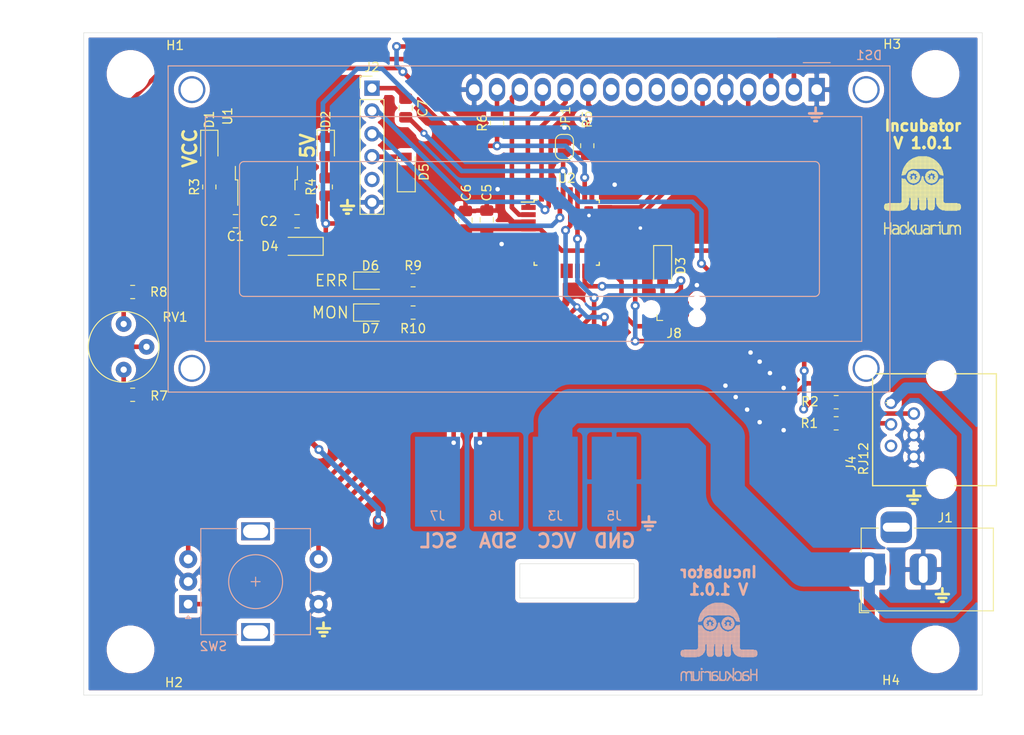
<source format=kicad_pcb>
(kicad_pcb (version 20171130) (host pcbnew 5.1.12-84ad8e8a86~92~ubuntu20.04.1)
  (title_block (title Simple-Screen) (date 2021-08-05) (rev 1.1.0) (company Hackuarium))
  (layers (0 F.Cu signal) (31 B.Cu signal) (34 B.Paste user) (35 F.Paste user) (36 B.SilkS user) (37 F.SilkS user) (38 B.Mask user) (39 F.Mask user) (44 Edge.Cuts user))
  (net 0 "")
  (net 1 GND)
  (net 2 12V)
  (net 3 "Net-(C2-Pad1)")
  (net 4 VIN)
  (net 5 "Net-(D2-Pad2)")
  (net 6 "Net-(D3-Pad2)")
  (net 7 "Net-(DS1-Pad3)")
  (net 8 D3)
  (net 9 D2)
  (net 10 "Net-(DS1-Pad7)")
  (net 11 "Net-(DS1-Pad8)")
  (net 12 "Net-(DS1-Pad9)")
  (net 13 "Net-(DS1-Pad10)")
  (net 14 D4)
  (net 15 D5)
  (net 16 D6)
  (net 17 D7)
  (net 18 "Net-(DS1-Pad15)")
  (net 19 "Net-(J1-Pad3)")
  (net 20 MISO)
  (net 21 SCK)
  (net 22 MOSI)
  (net 23 ~RESET)
  (net 24 SCL)
  (net 25 SDA)
  (net 26 "Net-(J4-Pad5)")
  (net 27 "Net-(R7-Pad2)")
  (net 28 "Net-(R8-Pad1)")
  (net 29 C2)
  (net 30 C1)
  (net 31 C0)
  (net 32 "Net-(U2-Pad12)")
  (net 33 "Net-(U2-Pad13)")
  (net 34 "Net-(U2-Pad14)")
  (net 35 "Net-(U2-Pad19)")
  (net 36 "Net-(U2-Pad20)")
  (net 37 "Net-(U2-Pad22)")
  (net 38 C3)
  (net 39 "Net-(D5-Pad2)")
  (net 40 "Net-(J2-Pad5)")
  (net 41 RX)
  (net 42 TX)
  (net 43 "Net-(D1-Pad2)")
  (net 44 "Net-(C7-Pad2)")
  (net 45 "Net-(D6-Pad2)")
  (net 46 "Net-(D7-Pad2)")
  (net 47 ERROR)
  (net 48 MONITORING)
  (module incubator:logoHackuarium (layer B.Cu) (at 76.835 -12.065 180)
    (fp_text reference logoHackuarium hide)
    (fp_text value "" (at 0 0) (layer B.SilkS) (effects (font (size 1.27 1.27)) (justify mirror)))
  )
  (module incubator:logoHackuarium (layer F.Cu) (at 87.122 -61.722)
    (fp_text reference logoHackuarium hide)
    (fp_text value "" (at 0 0) (layer F.SilkS) (effects (font (size 1.27 1.27))))
  )
  (module Resistor_SMD:R_0805_2012Metric_Pad1.20x1.40mm_HandSolder (layer F.Cu) (at 36.637001 -42.545 180)
    (fp_text reference R10 (at 0 -1.778) (layer F.SilkS))
    (fp_text value 1k)
    (pad 2 smd roundrect (at 1 0 180) (size 1.2 1.4) (layers F.Cu F.Paste F.Mask) (roundrect_rratio 0.208333) (net 46 "Net-(D7-Pad2)"))
    (pad 1 smd roundrect (at -1 0 180) (size 1.2 1.4) (layers F.Cu F.Paste F.Mask) (roundrect_rratio 0.208333) (net 48 MONITORING))
  )
  (module Resistor_SMD:R_0805_2012Metric_Pad1.20x1.40mm_HandSolder (layer F.Cu) (at 36.637001 -46.141999 180)
    (fp_text reference R9 (at 0 1.610001) (layer F.SilkS))
    (fp_text value 1k)
    (pad 2 smd roundrect (at 1 0 180) (size 1.2 1.4) (layers F.Cu F.Paste F.Mask) (roundrect_rratio 0.208333) (net 45 "Net-(D6-Pad2)"))
    (pad 1 smd roundrect (at -1 0 180) (size 1.2 1.4) (layers F.Cu F.Paste F.Mask) (roundrect_rratio 0.208333) (net 47 ERROR))
  )
  (module LED_SMD:LED_0805_2012Metric_Pad1.15x1.40mm_HandSolder (layer F.Cu) (at 31.877 -42.545)
    (fp_text reference D7 (at 0 1.778) (layer F.SilkS))
    (fp_text value GREEN)
    (pad 2 smd roundrect (at 1.025 0) (size 1.15 1.4) (layers F.Cu F.Paste F.Mask) (roundrect_rratio 0.217391) (net 46 "Net-(D7-Pad2)"))
    (pad 1 smd roundrect (at -1.025 0) (size 1.15 1.4) (layers F.Cu F.Paste F.Mask) (roundrect_rratio 0.217391) (net 1 GND))
  )
  (module LED_SMD:LED_0805_2012Metric_Pad1.15x1.40mm_HandSolder (layer F.Cu) (at 31.892001 -46.096999)
    (fp_text reference D6 (at 0 -1.65) (layer F.SilkS))
    (fp_text value GREEN)
    (pad 2 smd roundrect (at 1.025 0) (size 1.15 1.4) (layers F.Cu F.Paste F.Mask) (roundrect_rratio 0.217391) (net 45 "Net-(D6-Pad2)"))
    (pad 1 smd roundrect (at -1.025 0) (size 1.15 1.4) (layers F.Cu F.Paste F.Mask) (roundrect_rratio 0.217391) (net 1 GND))
  )
  (module Connector:Tag-Connect_TC2030-IDC-NL_2x03_P1.27mm_Vertical (layer F.Cu) (at 65.666 -42.935)
    (fp_text reference J8 (at 0 2.7) (layer F.SilkS))
    (fp_text value Conn_02x03_Odd_Even)
    (pad 6 connect circle (at 1.27 -0.635) (size 0.7874 0.7874) (layers F.Cu F.Mask) (net 1 GND))
    (pad 5 connect circle (at 1.27 0.635) (size 0.7874 0.7874) (layers F.Cu F.Mask) (net 23 ~RESET))
    (pad 4 connect circle (at 0 -0.635) (size 0.7874 0.7874) (layers F.Cu F.Mask) (net 22 MOSI))
    (pad 3 connect circle (at 0 0.635) (size 0.7874 0.7874) (layers F.Cu F.Mask) (net 21 SCK))
    (pad 2 connect circle (at -1.27 -0.635) (size 0.7874 0.7874) (layers F.Cu F.Mask) (net 6 "Net-(D3-Pad2)"))
    (pad 1 connect circle (at -1.27 0.635) (size 0.7874 0.7874) (layers F.Cu F.Mask) (net 20 MISO))
    (pad "" np_thru_hole circle (at -2.54 0) (size 0.9906 0.9906) (drill 0.9906) (layers *.Cu *.Mask))
    (pad "" np_thru_hole circle (at 2.54 1.016) (size 0.9906 0.9906) (drill 0.9906) (layers *.Cu *.Mask))
    (pad "" np_thru_hole circle (at 2.54 -1.016) (size 0.9906 0.9906) (drill 0.9906) (layers *.Cu *.Mask))
  )
  (module Diode_SMD:D_SOD-123 (layer F.Cu) (at 64.389 -47.752 270)
    (fp_text reference D3 (at 0 -2 90) (layer F.SilkS))
    (fp_text value MBR0520LT)
    (pad 2 smd rect (at 1.65 0 270) (size 0.9 1.2) (layers F.Cu F.Paste F.Mask) (net 6 "Net-(D3-Pad2)"))
    (pad 1 smd rect (at -1.65 0 270) (size 0.9 1.2) (layers F.Cu F.Paste F.Mask) (net 4 VIN))
  )
  (module Package_TO_SOT_SMD:TO-252-2 (layer F.Cu) (at 20.319 -59.773 90)
    (fp_text reference U1 (at 4.616 -4.317 90) (layer F.SilkS))
    (fp_text value LM78M05_TO252)
    (pad 2 smd rect (at 2.1 0 90) (size 6.4 5.8) (layers F.Cu F.Mask) (net 1 GND))
    (pad 3 smd rect (at -4.2 2.28 90) (size 2.2 1.2) (layers F.Cu F.Paste F.Mask) (net 3 "Net-(C2-Pad1)"))
    (pad 1 smd rect (at -4.2 -2.28 90) (size 2.2 1.2) (layers F.Cu F.Paste F.Mask) (net 2 12V))
  )
  (module Resistor_SMD:R_0805_2012Metric_Pad1.20x1.40mm_HandSolder (layer F.Cu) (at 26.924 -56.515 90)
    (fp_text reference R4 (at 0 -1.65 90) (layer F.SilkS))
    (fp_text value 1k)
    (pad 2 smd roundrect (at 1 0 90) (size 1.2 1.4) (layers F.Cu F.Paste F.Mask) (roundrect_rratio 0.208333) (net 5 "Net-(D2-Pad2)"))
    (pad 1 smd roundrect (at -1 0 90) (size 1.2 1.4) (layers F.Cu F.Paste F.Mask) (roundrect_rratio 0.208333) (net 4 VIN))
  )
  (module Resistor_SMD:R_0805_2012Metric_Pad1.20x1.40mm_HandSolder (layer F.Cu) (at 13.97 -56.515 90)
    (fp_text reference R3 (at 0 -1.65 90) (layer F.SilkS))
    (fp_text value 10k)
    (pad 2 smd roundrect (at 1 0 90) (size 1.2 1.4) (layers F.Cu F.Paste F.Mask) (roundrect_rratio 0.208333) (net 43 "Net-(D1-Pad2)"))
    (pad 1 smd roundrect (at -1 0 90) (size 1.2 1.4) (layers F.Cu F.Paste F.Mask) (roundrect_rratio 0.208333) (net 2 12V))
  )
  (module LED_SMD:LED_0805_2012Metric_Pad1.15x1.40mm_HandSolder (layer F.Cu) (at 26.924 -60.96 270)
    (fp_text reference D2 (at -3.048 0 90) (layer F.SilkS))
    (fp_text value RED)
    (pad 2 smd roundrect (at 1.025 0 270) (size 1.15 1.4) (layers F.Cu F.Paste F.Mask) (roundrect_rratio 0.217391) (net 5 "Net-(D2-Pad2)"))
    (pad 1 smd roundrect (at -1.025 0 270) (size 1.15 1.4) (layers F.Cu F.Paste F.Mask) (roundrect_rratio 0.217391) (net 1 GND))
  )
  (module LED_SMD:LED_0805_2012Metric_Pad1.15x1.40mm_HandSolder (layer F.Cu) (at 13.97 -60.96 270)
    (fp_text reference D1 (at -3.048 0 90) (layer F.SilkS))
    (fp_text value RED)
    (pad 2 smd roundrect (at 1.025 0 270) (size 1.15 1.4) (layers F.Cu F.Paste F.Mask) (roundrect_rratio 0.217391) (net 43 "Net-(D1-Pad2)"))
    (pad 1 smd roundrect (at -1.025 0 270) (size 1.15 1.4) (layers F.Cu F.Paste F.Mask) (roundrect_rratio 0.217391) (net 1 GND))
  )
  (module Capacitor_SMD:C_0805_2012Metric_Pad1.18x1.45mm_HandSolder (layer F.Cu) (at 23.7275 -52.705)
    (fp_text reference C2 (at -3.1535 0) (layer F.SilkS))
    (fp_text value 100n)
    (pad 2 smd roundrect (at 1.0375 0) (size 1.175 1.45) (layers F.Cu F.Paste F.Mask) (roundrect_rratio 0.212766) (net 1 GND))
    (pad 1 smd roundrect (at -1.0375 0) (size 1.175 1.45) (layers F.Cu F.Paste F.Mask) (roundrect_rratio 0.212766) (net 3 "Net-(C2-Pad1)"))
  )
  (module Capacitor_SMD:C_0805_2012Metric_Pad1.18x1.45mm_HandSolder (layer F.Cu) (at 16.891 -52.705 180)
    (fp_text reference C1 (at 0 -1.68) (layer F.SilkS))
    (fp_text value 0.33u)
    (pad 2 smd roundrect (at 1.0375 0 180) (size 1.175 1.45) (layers F.Cu F.Paste F.Mask) (roundrect_rratio 0.212766) (net 1 GND))
    (pad 1 smd roundrect (at -1.0375 0 180) (size 1.175 1.45) (layers F.Cu F.Paste F.Mask) (roundrect_rratio 0.212766) (net 2 12V))
  )
  (module Connector_Wire:SolderWirePad_1x01_SMD_5x10mm (layer B.Cu) (at 39.351001 -23.736)
    (fp_text reference J7 (at 0 3.81) (layer B.SilkS) (effects (justify mirror)))
    (fp_text value Conn_01x01)
    (pad 1 smd rect (at 0 0) (size 5 10) (layers B.Cu B.Paste B.Mask) (net 24 SCL))
  )
  (module Connector_Wire:SolderWirePad_1x01_SMD_5x10mm (layer B.Cu) (at 45.901001 -23.736)
    (fp_text reference J6 (at 0 3.81) (layer B.SilkS) (effects (justify mirror)))
    (fp_text value Conn_01x01)
    (pad 1 smd rect (at 0 0) (size 5 10) (layers B.Cu B.Paste B.Mask) (net 25 SDA))
  )
  (module Connector_Wire:SolderWirePad_1x01_SMD_5x10mm (layer B.Cu) (at 59.001001 -23.736)
    (fp_text reference J5 (at 0 3.81) (layer B.SilkS) (effects (justify mirror)))
    (fp_text value Conn_01x01)
    (pad 1 smd rect (at 0 0) (size 5 10) (layers B.Cu B.Paste B.Mask) (net 1 GND))
  )
  (module Connector_Wire:SolderWirePad_1x01_SMD_5x10mm (layer B.Cu) (at 52.451001 -23.736)
    (fp_text reference J3 (at 0 3.81) (layer B.SilkS) (effects (justify mirror)))
    (fp_text value Conn_01x01)
    (pad 1 smd rect (at 0 0) (size 5 10) (layers B.Cu B.Paste B.Mask) (net 2 12V))
  )
  (module Jumper:SolderJumper-2_P1.3mm_Open_RoundedPad1.0x1.5mm (layer F.Cu) (at 53.467 -60.96 270)
    (fp_text reference JP1 (at -3.175 -0.127 90) (layer F.SilkS))
    (fp_text value SolderJumper_2_Open)
    (pad 2 smd custom (at 0.65 0 270) (size 1 0.5) (layers F.Cu F.Mask) (net 23 ~RESET) (options (clearance outline) (anchor rect)) (primitives (gr_circle (center 0 0.25) (end 0.5 0.25) (width 0)) (gr_circle (center 0 -0.25) (end 0.5 -0.25) (width 0)) (gr_poly (pts (xy 0 -0.75) (xy -0.5 -0.75) (xy -0.5 0.75) (xy 0 0.75)) (width 0))))
    (pad 1 smd custom (at -0.65 0 270) (size 1 0.5) (layers F.Cu F.Mask) (net 1 GND) (options (clearance outline) (anchor rect)) (primitives (gr_circle (center 0 0.25) (end 0.5 0.25) (width 0)) (gr_circle (center 0 -0.25) (end 0.5 -0.25) (width 0)) (gr_poly (pts (xy 0 -0.75) (xy 0.5 -0.75) (xy 0.5 0.75) (xy 0 0.75)) (width 0))))
  )
  (module Connector_PinHeader_2.54mm:PinHeader_1x06_P2.54mm_Vertical (layer F.Cu) (at 32.065 -67.506)
    (fp_text reference J2 (at 0 -2.33) (layer F.SilkS))
    (fp_text value Conn_01x06)
    (pad 6 thru_hole oval (at 0 12.7) (size 1.7 1.7) (drill 1) (layers *.Cu *.Mask) (net 1 GND))
    (pad 5 thru_hole oval (at 0 10.16) (size 1.7 1.7) (drill 1) (layers *.Cu *.Mask) (net 40 "Net-(J2-Pad5)"))
    (pad 4 thru_hole oval (at 0 7.62) (size 1.7 1.7) (drill 1) (layers *.Cu *.Mask) (net 39 "Net-(D5-Pad2)"))
    (pad 3 thru_hole oval (at 0 5.08) (size 1.7 1.7) (drill 1) (layers *.Cu *.Mask) (net 41 RX))
    (pad 2 thru_hole oval (at 0 2.54) (size 1.7 1.7) (drill 1) (layers *.Cu *.Mask) (net 42 TX))
    (pad 1 thru_hole rect (at 0 0) (size 1.7 1.7) (drill 1) (layers *.Cu *.Mask) (net 44 "Net-(C7-Pad2)"))
  )
  (module Diode_SMD:D_SOD-123 (layer F.Cu) (at 35.8775 -58.2295 90)
    (fp_text reference D5 (at -0.0635 1.9685 90) (layer F.SilkS))
    (fp_text value MBR0520LT)
    (pad 2 smd rect (at 1.65 0 90) (size 0.9 1.2) (layers F.Cu F.Paste F.Mask) (net 39 "Net-(D5-Pad2)"))
    (pad 1 smd rect (at -1.65 0 90) (size 0.9 1.2) (layers F.Cu F.Paste F.Mask) (net 4 VIN))
  )
  (module Diode_SMD:D_SOD-123 (layer F.Cu) (at 24.384 -49.911 180)
    (fp_text reference D4 (at 3.683 0) (layer F.SilkS))
    (fp_text value MBR0520LT)
    (pad 2 smd rect (at 1.65 0 180) (size 0.9 1.2) (layers F.Cu F.Paste F.Mask) (net 3 "Net-(C2-Pad1)"))
    (pad 1 smd rect (at -1.65 0 180) (size 0.9 1.2) (layers F.Cu F.Paste F.Mask) (net 4 VIN))
  )
  (module Capacitor_SMD:C_0805_2012Metric_Pad1.18x1.45mm_HandSolder (layer F.Cu) (at 35.814 -65.2995 90)
    (fp_text reference C7 (at -0.0215 1.905 90) (layer F.SilkS))
    (fp_text value 100n)
    (pad 2 smd roundrect (at 1.0375 0 90) (size 1.175 1.45) (layers F.Cu F.Paste F.Mask) (roundrect_rratio 0.212766) (net 44 "Net-(C7-Pad2)"))
    (pad 1 smd roundrect (at -1.0375 0 90) (size 1.175 1.45) (layers F.Cu F.Paste F.Mask) (roundrect_rratio 0.212766) (net 23 ~RESET))
  )
  (module Capacitor_SMD:C_0805_2012Metric_Pad1.18x1.45mm_HandSolder (layer F.Cu) (at 44.831 -52.8535 90)
    (fp_text reference C5 (at 3.0265 0 90) (layer F.SilkS))
    (fp_text value 10u)
    (pad 1 smd roundrect (at -1.0375 0 90) (size 1.175 1.45) (layers F.Cu F.Paste F.Mask) (roundrect_rratio 0.212766) (net 4 VIN))
    (pad 2 smd roundrect (at 1.0375 0 90) (size 1.175 1.45) (layers F.Cu F.Paste F.Mask) (roundrect_rratio 0.212766) (net 1 GND))
  )
  (module Capacitor_SMD:C_0805_2012Metric_Pad1.18x1.45mm_HandSolder (layer F.Cu) (at 42.465499 -52.8105 90)
    (fp_text reference C6 (at 3.0695 0.079501 90) (layer F.SilkS))
    (fp_text value 100n)
    (pad 2 smd roundrect (at 1.0375 0 90) (size 1.175 1.45) (layers F.Cu F.Paste F.Mask) (roundrect_rratio 0.212766) (net 1 GND))
    (pad 1 smd roundrect (at -1.0375 0 90) (size 1.175 1.45) (layers F.Cu F.Paste F.Mask) (roundrect_rratio 0.212766) (net 4 VIN))
  )
  (module Display:WC1602A (layer B.Cu) (at 81.53 -67.34 180)
    (fp_text reference DS1 (at -5.82 3.81) (layer B.SilkS) (effects (justify mirror)))
    (fp_text value WC1602A)
    (pad 1 thru_hole rect (at 0 0 180) (size 1.8 2.6) (drill 1.2) (layers *.Cu *.Mask) (net 1 GND))
    (pad 2 thru_hole oval (at 2.54 0 180) (size 1.8 2.6) (drill 1.2) (layers *.Cu *.Mask) (net 38 C3))
    (pad 3 thru_hole oval (at 5.08 0 180) (size 1.8 2.6) (drill 1.2) (layers *.Cu *.Mask) (net 7 "Net-(DS1-Pad3)"))
    (pad 4 thru_hole oval (at 7.62 0 180) (size 1.8 2.6) (drill 1.2) (layers *.Cu *.Mask) (net 31 C0))
    (pad 5 thru_hole oval (at 10.16 0 180) (size 1.8 2.6) (drill 1.2) (layers *.Cu *.Mask) (net 1 GND))
    (pad 6 thru_hole oval (at 12.7 0 180) (size 1.8 2.6) (drill 1.2) (layers *.Cu *.Mask) (net 30 C1))
    (pad 7 thru_hole oval (at 15.24 0 180) (size 1.8 2.6) (drill 1.2) (layers *.Cu *.Mask) (net 10 "Net-(DS1-Pad7)"))
    (pad 8 thru_hole oval (at 17.78 0 180) (size 1.8 2.6) (drill 1.2) (layers *.Cu *.Mask) (net 11 "Net-(DS1-Pad8)"))
    (pad 9 thru_hole oval (at 20.32 0 180) (size 1.8 2.6) (drill 1.2) (layers *.Cu *.Mask) (net 12 "Net-(DS1-Pad9)"))
    (pad 10 thru_hole oval (at 22.86 0 180) (size 1.8 2.6) (drill 1.2) (layers *.Cu *.Mask) (net 13 "Net-(DS1-Pad10)"))
    (pad 11 thru_hole oval (at 25.4 0 180) (size 1.8 2.6) (drill 1.2) (layers *.Cu *.Mask) (net 29 C2))
    (pad 12 thru_hole oval (at 27.94 0 180) (size 1.8 2.6) (drill 1.2) (layers *.Cu *.Mask) (net 9 D2))
    (pad 13 thru_hole oval (at 30.48 0 180) (size 1.8 2.6) (drill 1.2) (layers *.Cu *.Mask) (net 8 D3))
    (pad 14 thru_hole oval (at 33.02 0 180) (size 1.8 2.6) (drill 1.2) (layers *.Cu *.Mask) (net 14 D4))
    (pad 15 thru_hole oval (at 35.56 0 180) (size 1.8 2.6) (drill 1.2) (layers *.Cu *.Mask) (net 18 "Net-(DS1-Pad15)"))
    (pad 16 thru_hole oval (at 38.1 0 180) (size 1.8 2.6) (drill 1.2) (layers *.Cu *.Mask) (net 1 GND))
    (pad "" thru_hole circle (at -5.4991 0 180) (size 3 3) (drill 2.5) (layers *.Cu *.Mask))
    (pad "" thru_hole circle (at -5.4991 -31.0007 180) (size 3 3) (drill 2.5) (layers *.Cu *.Mask))
    (pad "" thru_hole circle (at 69.49948 -31.0007 180) (size 3 3) (drill 2.5) (layers *.Cu *.Mask))
    (pad "" thru_hole circle (at 69.5 0 180) (size 3 3) (drill 2.5) (layers *.Cu *.Mask))
  )
  (module Connector_BarrelJack:BarrelJack_Horizontal (layer F.Cu) (at 87.376 -13.97 180)
    (fp_text reference J1 (at -8.45 5.75) (layer F.SilkS))
    (fp_text value Barrel_Jack_MountingPin)
    (pad 1 thru_hole rect (at 0 0 180) (size 3.5 3.5) (drill oval 1 3) (layers *.Cu *.Mask) (net 2 12V))
    (pad 2 thru_hole roundrect (at -6 0 180) (size 3 3.5) (drill oval 1 3) (layers *.Cu *.Mask) (net 1 GND))
    (pad 3 thru_hole roundrect (at -3 4.7 180) (size 3.5 3.5) (drill oval 3 1) (layers *.Cu *.Mask) (net 19 "Net-(J1-Pad3)"))
  )
  (module incubator:E5566-Q0LK22-L (layer F.Cu) (at 89.789 -32.512 270)
    (fp_text reference J4 (at 6.731 4.445 90) (layer F.SilkS))
    (fp_text value RJ12 (at 6.223 3.048 90) (layer F.SilkS))
    (fp_text user * (at 0 0 90) (layer F.SilkS))
    (pad 1 thru_hole circle (at 0 0 270) (size 1.397 1.397) (drill 0.889) (layers *.Cu *.Mask) (net 2 12V))
    (pad 2 thru_hole circle (at 1.2 -2.54 270) (size 1.397 1.397) (drill 0.889) (layers *.Cu *.Mask) (net 24 SCL))
    (pad 3 thru_hole circle (at 2.4 0 270) (size 1.397 1.397) (drill 0.889) (layers *.Cu *.Mask) (net 25 SDA))
    (pad 4 thru_hole circle (at 3.6 -2.54 270) (size 1.397 1.397) (drill 0.889) (layers *.Cu *.Mask) (net 1 GND))
    (pad 5 thru_hole circle (at 4.800001 0 270) (size 1.397 1.397) (drill 0.889) (layers *.Cu *.Mask) (net 26 "Net-(J4-Pad5)"))
    (pad 6 thru_hole circle (at 6.000001 -2.54 270) (size 1.397 1.397) (drill 0.889) (layers *.Cu *.Mask) (net 1 GND))
    (pad 7 np_thru_hole circle (at -3 -5.6 270) (size 2.413 2.413) (drill 2.413) (layers *.Cu *.Mask))
    (pad 8 np_thru_hole circle (at 8.999998 -5.6 270) (size 2.413 2.413) (drill 2.413) (layers *.Cu *.Mask))
  )
  (module Resistor_SMD:R_0805_2012Metric_Pad1.20x1.40mm_HandSolder (layer F.Cu) (at 83.693 -30.226)
    (fp_text reference R1 (at -2.9845 0) (layer F.SilkS))
    (fp_text value 10k)
    (pad 1 smd roundrect (at -1 0) (size 1.2 1.4) (layers F.Cu F.Paste F.Mask) (roundrect_rratio 0.208333) (net 4 VIN))
    (pad 2 smd roundrect (at 1 0) (size 1.2 1.4) (layers F.Cu F.Paste F.Mask) (roundrect_rratio 0.208333) (net 25 SDA))
  )
  (module Resistor_SMD:R_0805_2012Metric_Pad1.20x1.40mm_HandSolder (layer F.Cu) (at 83.693 -32.5755)
    (fp_text reference R2 (at -2.921 -0.0635) (layer F.SilkS))
    (fp_text value 10k)
    (pad 2 smd roundrect (at 1 0) (size 1.2 1.4) (layers F.Cu F.Paste F.Mask) (roundrect_rratio 0.208333) (net 24 SCL))
    (pad 1 smd roundrect (at -1 0) (size 1.2 1.4) (layers F.Cu F.Paste F.Mask) (roundrect_rratio 0.208333) (net 4 VIN))
  )
  (module Resistor_SMD:R_0805_2012Metric_Pad1.20x1.40mm_HandSolder (layer F.Cu) (at 56.007 -61.103 270)
    (fp_text reference R5 (at -2.937 0 90) (layer F.SilkS))
    (fp_text value 100k)
    (pad 1 smd roundrect (at -1 0 270) (size 1.2 1.4) (layers F.Cu F.Paste F.Mask) (roundrect_rratio 0.208333) (net 4 VIN))
    (pad 2 smd roundrect (at 1 0 270) (size 1.2 1.4) (layers F.Cu F.Paste F.Mask) (roundrect_rratio 0.208333) (net 23 ~RESET))
  )
  (module Resistor_SMD:R_0805_2012Metric_Pad1.20x1.40mm_HandSolder (layer F.Cu) (at 45.974 -63.627 90)
    (fp_text reference R6 (at 0 -1.65 270) (layer F.SilkS))
    (fp_text value 0)
    (pad 2 smd roundrect (at 1 0 90) (size 1.2 1.4) (layers F.Cu F.Paste F.Mask) (roundrect_rratio 0.208333) (net 18 "Net-(DS1-Pad15)"))
    (pad 1 smd roundrect (at -1 0 90) (size 1.2 1.4) (layers F.Cu F.Paste F.Mask) (roundrect_rratio 0.208333) (net 38 C3))
  )
  (module Resistor_SMD:R_0805_2012Metric_Pad1.20x1.40mm_HandSolder (layer F.Cu) (at 5.445 -33.401 180)
    (fp_text reference R7 (at -2.937 -0.127) (layer F.SilkS))
    (fp_text value 100)
    (pad 2 smd roundrect (at 1 0 180) (size 1.2 1.4) (layers F.Cu F.Paste F.Mask) (roundrect_rratio 0.208333) (net 27 "Net-(R7-Pad2)"))
    (pad 1 smd roundrect (at -1 0 180) (size 1.2 1.4) (layers F.Cu F.Paste F.Mask) (roundrect_rratio 0.208333) (net 38 C3))
  )
  (module Resistor_SMD:R_0805_2012Metric_Pad1.20x1.40mm_HandSolder (layer F.Cu) (at 5.445 -44.831)
    (fp_text reference R8 (at 2.905 0 180) (layer F.SilkS))
    (fp_text value 100)
    (pad 1 smd roundrect (at -1 0) (size 1.2 1.4) (layers F.Cu F.Paste F.Mask) (roundrect_rratio 0.208333) (net 28 "Net-(R8-Pad1)"))
    (pad 2 smd roundrect (at 1 0) (size 1.2 1.4) (layers F.Cu F.Paste F.Mask) (roundrect_rratio 0.208333) (net 1 GND))
  )
  (module Potentiometer_THT:Potentiometer_Bourns_3339P_Vertical_HandSoldering (layer F.Cu) (at 4.445 -41.275 180)
    (fp_text reference RV1 (at -5.715 0.762) (layer F.SilkS))
    (fp_text value 10k)
    (pad 3 thru_hole circle (at 0 -5.08 180) (size 1.75 1.75) (drill 0.7) (layers *.Cu *.Mask) (net 27 "Net-(R7-Pad2)"))
    (pad 2 thru_hole circle (at -2.54 -2.54 180) (size 1.75 1.75) (drill 0.7) (layers *.Cu *.Mask) (net 7 "Net-(DS1-Pad3)"))
    (pad 1 thru_hole circle (at 0 0 180) (size 1.75 1.75) (drill 0.7) (layers *.Cu *.Mask) (net 28 "Net-(R8-Pad1)"))
  )
  (module Rotary_Encoder:RotaryEncoder_Alps_EC11E-Switch_Vertical_H20mm (layer B.Cu) (at 11.6206 -10.1151)
    (fp_text reference SW2 (at 2.8 4.7) (layer B.SilkS) (effects (justify mirror)))
    (fp_text value Rotary_Encoder_Switch)
    (pad S1 thru_hole circle (at 14.5 -5) (size 2 2) (drill 1) (layers *.Cu *.Mask) (net 17 D7))
    (pad S2 thru_hole circle (at 14.5 0) (size 2 2) (drill 1) (layers *.Cu *.Mask) (net 1 GND))
    (pad MP thru_hole rect (at 7.5 -8.1) (size 3.2 2) (drill oval 2.8 1.5) (layers *.Cu *.Mask))
    (pad MP thru_hole rect (at 7.5 3.1) (size 3.2 2) (drill oval 2.8 1.5) (layers *.Cu *.Mask))
    (pad B thru_hole circle (at 0 -5) (size 2 2) (drill 1) (layers *.Cu *.Mask) (net 15 D5))
    (pad C thru_hole circle (at 0 -2.5) (size 2 2) (drill 1) (layers *.Cu *.Mask) (net 1 GND))
    (pad A thru_hole rect (at 0 0) (size 2 2) (drill 1) (layers *.Cu *.Mask) (net 16 D6))
  )
  (module Package_QFP:TQFP-32_7x7mm_P0.8mm (layer F.Cu) (at 53.721 -51.435)
    (fp_text reference U2 (at 0 -6.05) (layer F.SilkS))
    (fp_text value ATmega328P-AU)
    (pad 1 smd rect (at -4.25 -2.8) (size 1.6 0.55) (layers F.Cu F.Paste F.Mask) (net 8 D3))
    (pad 2 smd rect (at -4.25 -2) (size 1.6 0.55) (layers F.Cu F.Paste F.Mask) (net 14 D4))
    (pad 3 smd rect (at -4.25 -1.2) (size 1.6 0.55) (layers F.Cu F.Paste F.Mask) (net 1 GND))
    (pad 4 smd rect (at -4.25 -0.4) (size 1.6 0.55) (layers F.Cu F.Paste F.Mask) (net 4 VIN))
    (pad 5 smd rect (at -4.25 0.4) (size 1.6 0.55) (layers F.Cu F.Paste F.Mask) (net 1 GND))
    (pad 6 smd rect (at -4.25 1.2) (size 1.6 0.55) (layers F.Cu F.Paste F.Mask) (net 4 VIN))
    (pad 7 smd rect (at -4.25 2) (size 1.6 0.55) (layers F.Cu F.Paste F.Mask) (net 47 ERROR))
    (pad 8 smd rect (at -4.25 2.8) (size 1.6 0.55) (layers F.Cu F.Paste F.Mask) (net 48 MONITORING))
    (pad 9 smd rect (at -2.8 4.25 90) (size 1.6 0.55) (layers F.Cu F.Paste F.Mask) (net 15 D5))
    (pad 10 smd rect (at -2 4.25 90) (size 1.6 0.55) (layers F.Cu F.Paste F.Mask) (net 16 D6))
    (pad 11 smd rect (at -1.2 4.25 90) (size 1.6 0.55) (layers F.Cu F.Paste F.Mask) (net 17 D7))
    (pad 12 smd rect (at -0.4 4.25 90) (size 1.6 0.55) (layers F.Cu F.Paste F.Mask) (net 32 "Net-(U2-Pad12)"))
    (pad 13 smd rect (at 0.4 4.25 90) (size 1.6 0.55) (layers F.Cu F.Paste F.Mask) (net 33 "Net-(U2-Pad13)"))
    (pad 14 smd rect (at 1.2 4.25 90) (size 1.6 0.55) (layers F.Cu F.Paste F.Mask) (net 34 "Net-(U2-Pad14)"))
    (pad 15 smd rect (at 2 4.25 90) (size 1.6 0.55) (layers F.Cu F.Paste F.Mask) (net 22 MOSI))
    (pad 16 smd rect (at 2.8 4.25 90) (size 1.6 0.55) (layers F.Cu F.Paste F.Mask) (net 20 MISO))
    (pad 17 smd rect (at 4.25 2.8) (size 1.6 0.55) (layers F.Cu F.Paste F.Mask) (net 21 SCK))
    (pad 18 smd rect (at 4.25 2) (size 1.6 0.55) (layers F.Cu F.Paste F.Mask) (net 4 VIN))
    (pad 19 smd rect (at 4.25 1.2) (size 1.6 0.55) (layers F.Cu F.Paste F.Mask) (net 35 "Net-(U2-Pad19)"))
    (pad 20 smd rect (at 4.25 0.4) (size 1.6 0.55) (layers F.Cu F.Paste F.Mask) (net 36 "Net-(U2-Pad20)"))
    (pad 21 smd rect (at 4.25 -0.4) (size 1.6 0.55) (layers F.Cu F.Paste F.Mask) (net 1 GND))
    (pad 22 smd rect (at 4.25 -1.2) (size 1.6 0.55) (layers F.Cu F.Paste F.Mask) (net 37 "Net-(U2-Pad22)"))
    (pad 23 smd rect (at 4.25 -2) (size 1.6 0.55) (layers F.Cu F.Paste F.Mask) (net 31 C0))
    (pad 24 smd rect (at 4.25 -2.8) (size 1.6 0.55) (layers F.Cu F.Paste F.Mask) (net 30 C1))
    (pad 25 smd rect (at 2.8 -4.25 90) (size 1.6 0.55) (layers F.Cu F.Paste F.Mask) (net 29 C2))
    (pad 26 smd rect (at 2 -4.25 90) (size 1.6 0.55) (layers F.Cu F.Paste F.Mask) (net 38 C3))
    (pad 27 smd rect (at 1.2 -4.25 90) (size 1.6 0.55) (layers F.Cu F.Paste F.Mask) (net 25 SDA))
    (pad 28 smd rect (at 0.4 -4.25 90) (size 1.6 0.55) (layers F.Cu F.Paste F.Mask) (net 24 SCL))
    (pad 29 smd rect (at -0.4 -4.25 90) (size 1.6 0.55) (layers F.Cu F.Paste F.Mask) (net 23 ~RESET))
    (pad 30 smd rect (at -1.2 -4.25 90) (size 1.6 0.55) (layers F.Cu F.Paste F.Mask) (net 41 RX))
    (pad 31 smd rect (at -2 -4.25 90) (size 1.6 0.55) (layers F.Cu F.Paste F.Mask) (net 42 TX))
    (pad 32 smd rect (at -2.8 -4.25 90) (size 1.6 0.55) (layers F.Cu F.Paste F.Mask) (net 9 D2))
  )
  (module MountingHole:MountingHole_4.3mm_M4 (layer F.Cu) (at 5.207 -69.088)
    (fp_text reference H1 (at 4.953 -3.175) (layer F.SilkS))
    (fp_text value MountingHole)
    (pad 1 np_thru_hole circle (at 0 0) (size 4.3 4.3) (drill 4.3) (layers *.Cu *.Mask))
  )
  (module MountingHole:MountingHole_4.3mm_M4 (layer F.Cu) (at 5.207 -5.08)
    (fp_text reference H2 (at 4.826 3.683) (layer F.SilkS))
    (fp_text value MountingHole)
    (pad 1 np_thru_hole circle (at 0 0) (size 4.3 4.3) (drill 4.3) (layers *.Cu *.Mask))
  )
  (module MountingHole:MountingHole_4.3mm_M4 (layer F.Cu) (at 94.742 -69.088)
    (fp_text reference H3 (at -4.826 -3.302) (layer F.SilkS))
    (fp_text value MountingHole)
    (pad 1 np_thru_hole circle (at 0 0) (size 4.3 4.3) (drill 4.3) (layers *.Cu *.Mask))
  )
  (module MountingHole:MountingHole_4.3mm_M4 (layer F.Cu) (at 94.742 -5.08)
    (fp_text reference H4 (at -4.953 3.429) (layer F.SilkS))
    (fp_text value MountingHole)
    (pad 1 np_thru_hole circle (at 0 0) (size 4.3 4.3) (drill 4.3) (layers *.Cu *.Mask))
  )
  (gr_text "Incubator\nV 1.0.1" (at 70.612 -12.7) (layer B.SilkS) (effects (font (size 1.2 1.2) (thickness 0.3)) (justify mirror)))
  (gr_text MON (at 27.432 -42.545) (layer F.SilkS) (effects (font (size 1.27 1.27))))
  (gr_text ERR (at 27.559 -46.101) (layer F.SilkS) (effects (font (size 1.27 1.27))))
  (gr_text SCL (at 39.497 -17.145) (layer B.SilkS) (effects (font (size 1.5 1.5) (thickness 0.3)) (justify mirror)))
  (gr_text SDA (at 46.101 -17.145) (layer B.SilkS) (effects (font (size 1.5 1.5) (thickness 0.3)) (justify mirror)))
  (gr_text VCC (at 52.578 -17.145) (layer B.SilkS) (effects (font (size 1.5 1.5) (thickness 0.3)) (justify mirror)))
  (gr_text GND (at 59.055 -17.145) (layer B.SilkS) (effects (font (size 1.5 1.5) (thickness 0.3)) (justify mirror)))
  (gr_text ⏚ (at 81.407 -64.516) (layer B.SilkS) (effects (font (size 1.5 1.5) (thickness 0.3))))
  (gr_text ⏚ (at 29.337 -54.229) (layer F.SilkS) (effects (font (size 1.5 1.5) (thickness 0.3))))
  (gr_text ⏚ (at 26.67 -7.239) (layer F.SilkS) (effects (font (size 1.5 1.5) (thickness 0.3))))
  (gr_text ⏚ (at 62.865 -19.05) (layer B.SilkS) (effects (font (size 1.5 1.5) (thickness 0.3))))
  (gr_text ⏚ (at 92.329 -21.971) (layer F.SilkS) (effects (font (size 1.5 1.5) (thickness 0.3))))
  (gr_text ⏚ (at 95.504 -11.049) (layer F.SilkS) (effects (font (size 1.5 1.5) (thickness 0.3))))
  (gr_text "Incubator\nV 1.0.1" (at 93.345 -62.357) (layer F.SilkS) (effects (font (size 1.2 1.2) (thickness 0.3))))
  (gr_text VCC (at 11.811 -60.833 90) (layer F.SilkS) (effects (font (size 1.5 1.5) (thickness 0.3))))
  (gr_text 5V (at 24.892 -61.087 90) (layer F.SilkS) (effects (font (size 1.5 1.5) (thickness 0.3))))
  (gr_line (start 61.214 -10.795) (end 61.214 -14.605) (layer Edge.Cuts) (width 0.05))
  (gr_line (start 61.214 -14.605) (end 48.514 -14.605) (layer Edge.Cuts) (width 0.05))
  (gr_line (start 48.514 -10.795) (end 61.214 -10.795) (layer Edge.Cuts) (width 0.05))
  (gr_line (start 48.514 -14.605) (end 48.514 -10.795) (layer Edge.Cuts) (width 0.05))
  (gr_line (start 0 -73.66) (end 0 0) (layer Edge.Cuts) (width 0.05))
  (gr_line (start 99.949 -73.66) (end 0 -73.66) (layer Edge.Cuts) (width 0.05))
  (gr_line (start 99.949 0) (end 99.949 -73.66) (layer Edge.Cuts) (width 0.05))
  (gr_line (start 0 0) (end 99.949 0) (layer Edge.Cuts) (width 0.05))
  (via (at 56.1975 -53.34) (size 0.8) (drill 0.4) (layers F.Cu B.Cu) (net 1))
  (via (at 61.9125 -51.943) (size 0.8) (drill 0.4) (layers F.Cu B.Cu) (net 1))
  (segment (start 46.0375 -56.261) (end 46.0375 -56.261) (width 0.508) (layer F.Cu) (net 1))
  (segment (start 47.5045 -52.635) (end 49.471 -52.635) (width 0.508) (layer F.Cu) (net 1))
  (segment (start 46.0375 -54.102) (end 47.5045 -52.635) (width 0.508) (layer F.Cu) (net 1))
  (segment (start 56.6865 -51.835) (end 57.971 -51.835) (width 0.508) (layer F.Cu) (net 1))
  (segment (start 56.1975 -52.324) (end 56.6865 -51.835) (width 0.508) (layer F.Cu) (net 1))
  (segment (start 56.1975 -53.34) (end 56.1975 -52.324) (width 0.508) (layer F.Cu) (net 1))
  (via (at 77.851 -34.163) (size 1) (drill 0.5) (layers F.Cu B.Cu) (net 1))
  (via (at 77.851 -29.464) (size 1) (drill 0.5) (layers F.Cu B.Cu) (net 1))
  (via (at 75.184 -30.353) (size 1) (drill 0.5) (layers F.Cu B.Cu) (net 1))
  (segment (start 46.482 -50.165) (end 46.482 -50.165) (width 0.508) (layer F.Cu) (net 1))
  (segment (start 47.352 -51.035) (end 47.606 -51.035) (width 0.508) (layer F.Cu) (net 1))
  (segment (start 49.471 -51.035) (end 47.606 -51.035) (width 0.508) (layer F.Cu) (net 1))
  (segment (start 46.0375 -56.261) (end 46.0375 -54.102) (width 0.508) (layer F.Cu) (net 1))
  (via (at 46.0375 -56.261) (size 1) (drill 0.5) (layers F.Cu B.Cu) (net 1))
  (segment (start 46.482 -50.165) (end 47.352 -51.035) (width 0.508) (layer F.Cu) (net 1))
  (via (at 46.482 -50.165) (size 1) (drill 0.5) (layers F.Cu B.Cu) (net 1))
  (via (at 59.055 -56.769) (size 1) (drill 0.5) (layers F.Cu B.Cu) (net 1))
  (via (at 53.467 -63.119) (size 1) (drill 0.5) (layers F.Cu B.Cu) (net 1))
  (segment (start 66.936 -43.57) (end 66.936 -44.33) (width 0.508) (layer F.Cu) (net 1))
  (segment (start 66.936 -44.33) (end 68.199 -45.593) (width 0.508) (layer F.Cu) (net 1))
  (segment (start 68.199 -45.593) (end 68.199 -45.593) (width 0.508) (layer F.Cu) (net 1))
  (via (at 68.199 -45.593) (size 1) (drill 0.5) (layers F.Cu B.Cu) (net 1))
  (via (at 73.787 -31.75) (size 1) (drill 0.5) (layers F.Cu B.Cu) (net 1))
  (via (at 72.517 -33.147) (size 1) (drill 0.5) (layers F.Cu B.Cu) (net 1))
  (via (at 71.374 -34.417) (size 1) (drill 0.5) (layers F.Cu B.Cu) (net 1))
  (via (at 76.327 -35.814) (size 1) (drill 0.5) (layers F.Cu B.Cu) (net 1))
  (via (at 75.184 -37.084) (size 1) (drill 0.5) (layers F.Cu B.Cu) (net 1))
  (via (at 74.168 -38.1) (size 1) (drill 0.5) (layers F.Cu B.Cu) (net 1))
  (segment (start 61.8045 -51.835) (end 61.9125 -51.943) (width 0.508) (layer F.Cu) (net 1))
  (segment (start 57.971 -51.835) (end 61.8045 -51.835) (width 0.508) (layer F.Cu) (net 1))
  (segment (start 19.431 -49.784) (end 19.431 -49.784) (width 0.508) (layer F.Cu) (net 2))
  (segment (start 87.376 -6.096) (end 83.82 -2.54) (width 1.2192) (layer F.Cu) (net 2))
  (segment (start 87.376 -13.97) (end 87.376 -6.096) (width 1.2192) (layer F.Cu) (net 2))
  (segment (start 89.789 -32.512) (end 91.44 -34.163) (width 1.2192) (layer B.Cu) (net 2))
  (segment (start 91.44 -34.163) (end 93.345 -34.163) (width 1.2192) (layer B.Cu) (net 2))
  (segment (start 87.376 -11.049) (end 87.376 -13.97) (width 1.2192) (layer B.Cu) (net 2))
  (segment (start 89.281 -9.144) (end 87.376 -11.049) (width 1.2192) (layer B.Cu) (net 2))
  (segment (start 38.1 -2.54) (end 37.465 -2.54) (width 1.2192) (layer F.Cu) (net 2))
  (segment (start 83.82 -2.54) (end 38.1 -2.54) (width 1.2192) (layer F.Cu) (net 2))
  (segment (start 37.465 -2.54) (end 32.766 -7.239) (width 1.2192) (layer F.Cu) (net 2))
  (segment (start 32.766 -7.239) (end 32.766 -19.431) (width 1.2192) (layer F.Cu) (net 2))
  (segment (start 32.766 -19.431) (end 32.766 -19.431) (width 0.508) (layer F.Cu) (net 2))
  (via (at 32.766 -19.431) (size 1) (drill 0.5) (layers F.Cu B.Cu) (net 2))
  (via (at 26.162 -27.305) (size 1) (drill 0.5) (layers F.Cu B.Cu) (net 2))
  (segment (start 32.766 -20.701) (end 32.766 -19.431) (width 0.6096) (layer B.Cu) (net 2))
  (segment (start 26.162 -27.305) (end 32.766 -20.701) (width 0.6096) (layer B.Cu) (net 2))
  (segment (start 96.012 -9.144) (end 89.281 -9.144) (width 1.2192) (layer B.Cu) (net 2))
  (segment (start 96.012 -9.144) (end 96.52 -9.144) (width 1.2192) (layer B.Cu) (net 2))
  (segment (start 96.52 -9.144) (end 98.2345 -10.8585) (width 1.2192) (layer B.Cu) (net 2))
  (segment (start 98.2345 -10.8585) (end 98.2345 -29.2735) (width 1.2192) (layer B.Cu) (net 2))
  (segment (start 93.345 -34.163) (end 98.2345 -29.2735) (width 1.2192) (layer B.Cu) (net 2))
  (segment (start 19.431 -34.036) (end 25.4635 -28.0035) (width 0.6096) (layer F.Cu) (net 2))
  (segment (start 19.431 -49.784) (end 19.431 -34.036) (width 0.6096) (layer F.Cu) (net 2))
  (segment (start 17.9285 -51.2865) (end 19.431 -49.784) (width 0.6096) (layer F.Cu) (net 2))
  (segment (start 25.4635 -28.0035) (end 26.162 -27.305) (width 0.6096) (layer F.Cu) (net 2))
  (segment (start 17.9285 -52.705) (end 17.9285 -51.2865) (width 0.6096) (layer F.Cu) (net 2))
  (segment (start 18.039 -52.8155) (end 17.9285 -52.705) (width 0.6096) (layer F.Cu) (net 2))
  (segment (start 18.039 -55.573) (end 18.039 -52.8155) (width 0.6096) (layer F.Cu) (net 2))
  (segment (start 17.981 -55.515) (end 18.039 -55.573) (width 0.6096) (layer F.Cu) (net 2))
  (segment (start 13.97 -55.515) (end 17.981 -55.515) (width 0.6096) (layer F.Cu) (net 2))
  (segment (start 71.628 -22.479) (end 80.137 -13.97) (width 3.81) (layer B.Cu) (net 2))
  (segment (start 80.137 -13.97) (end 87.376 -13.97) (width 3.81) (layer B.Cu) (net 2))
  (segment (start 71.628 -28.702) (end 71.628 -22.479) (width 3.81) (layer B.Cu) (net 2))
  (segment (start 52.451001 -23.736) (end 52.451001 -30.480001) (width 3.81) (layer B.Cu) (net 2))
  (segment (start 54.102 -32.131) (end 52.451001 -30.480001) (width 3.81) (layer B.Cu) (net 2))
  (segment (start 68.199 -32.131) (end 54.102 -32.131) (width 3.81) (layer B.Cu) (net 2))
  (segment (start 68.199 -32.131) (end 71.628 -28.702) (width 3.81) (layer B.Cu) (net 2))
  (segment (start 22.599 -52.796) (end 22.69 -52.705) (width 0.508) (layer F.Cu) (net 3))
  (segment (start 22.599 -55.573) (end 22.599 -52.796) (width 0.508) (layer F.Cu) (net 3))
  (segment (start 22.69 -49.955) (end 22.734 -49.911) (width 0.508) (layer F.Cu) (net 3))
  (segment (start 22.69 -52.705) (end 22.69 -49.955) (width 0.508) (layer F.Cu) (net 3))
  (segment (start 49.471 -51.835) (end 50.781 -51.835) (width 0.508) (layer F.Cu) (net 4))
  (segment (start 52.013 -50.603) (end 52.0065 -50.6095) (width 0.508) (layer F.Cu) (net 4))
  (segment (start 52.013 -50.235) (end 52.013 -50.603) (width 0.508) (layer F.Cu) (net 4))
  (segment (start 52.0065 -50.6095) (end 52.381 -50.235) (width 0.508) (layer F.Cu) (net 4))
  (segment (start 50.781 -51.835) (end 52.0065 -50.6095) (width 0.508) (layer F.Cu) (net 4))
  (segment (start 49.471 -50.235) (end 50.984 -50.235) (width 0.508) (layer F.Cu) (net 4))
  (segment (start 52.013 -50.235) (end 52.381 -50.235) (width 0.508) (layer F.Cu) (net 4))
  (segment (start 50.984 -50.235) (end 52.013 -50.235) (width 0.508) (layer F.Cu) (net 4))
  (segment (start 49.471 -51.835) (end 36.684 -51.835) (width 0.508) (layer F.Cu) (net 4))
  (segment (start 32.747 -51.835) (end 33.001 -51.835) (width 0.508) (layer F.Cu) (net 4))
  (segment (start 53.181 -49.435) (end 52.381 -50.235) (width 0.508) (layer F.Cu) (net 4))
  (segment (start 57.971 -49.435) (end 53.181 -49.435) (width 0.508) (layer F.Cu) (net 4))
  (segment (start 56.007 -62.103) (end 56.007 -63.6905) (width 0.508) (layer F.Cu) (net 4))
  (segment (start 56.007 -63.6905) (end 55.5625 -64.135) (width 0.508) (layer F.Cu) (net 4))
  (segment (start 55.5625 -64.135) (end 55.5625 -64.135) (width 0.508) (layer F.Cu) (net 4))
  (segment (start 35.8775 -52.1335) (end 36.176 -51.835) (width 0.508) (layer F.Cu) (net 4))
  (segment (start 36.176 -51.835) (end 36.684 -51.835) (width 0.508) (layer F.Cu) (net 4))
  (segment (start 35.8775 -52.1335) (end 35.579 -51.835) (width 0.508) (layer F.Cu) (net 4))
  (segment (start 35.579 -51.835) (end 36.176 -51.835) (width 0.508) (layer F.Cu) (net 4))
  (segment (start 82.693 -32.5755) (end 82.693 -30.226) (width 0.508) (layer F.Cu) (net 4))
  (segment (start 82.693 -32.5755) (end 80.8355 -32.5755) (width 0.508) (layer F.Cu) (net 4))
  (segment (start 80.8355 -32.5755) (end 80.0735 -31.8135) (width 0.508) (layer F.Cu) (net 4))
  (segment (start 80.0735 -31.8135) (end 80.01 -31.75) (width 0.508) (layer F.Cu) (net 4))
  (via (at 80.0735 -31.8135) (size 1) (drill 0.5) (layers F.Cu B.Cu) (net 4))
  (segment (start 57.971 -49.435) (end 69.945 -49.435) (width 0.508) (layer F.Cu) (net 4))
  (segment (start 69.945 -49.435) (end 80.137 -39.243) (width 0.508) (layer F.Cu) (net 4))
  (segment (start 80.137 -39.243) (end 80.137 -36.068) (width 0.508) (layer F.Cu) (net 4))
  (segment (start 80.137 -36.068) (end 80.137 -36.068) (width 0.508) (layer F.Cu) (net 4))
  (via (at 80.137 -36.068) (size 1) (drill 0.5) (layers F.Cu B.Cu) (net 4))
  (segment (start 80.137 -31.877) (end 80.0735 -31.8135) (width 0.508) (layer B.Cu) (net 4))
  (segment (start 80.137 -36.068) (end 80.137 -31.877) (width 0.508) (layer B.Cu) (net 4))
  (via (at 55.5625 -64.135) (size 1) (drill 0.5) (layers F.Cu B.Cu) (net 4))
  (segment (start 26.034 -49.911) (end 26.162 -49.911) (width 0.508) (layer F.Cu) (net 4))
  (segment (start 26.924 -50.673) (end 26.924 -52.451) (width 0.508) (layer F.Cu) (net 4))
  (segment (start 26.162 -49.911) (end 26.924 -50.673) (width 0.508) (layer F.Cu) (net 4))
  (via (at 26.924 -52.451) (size 1) (drill 0.5) (layers F.Cu B.Cu) (net 4))
  (segment (start 32.747 -51.835) (end 30.08 -51.835) (width 0.508) (layer F.Cu) (net 4))
  (segment (start 29.464 -52.451) (end 26.924 -52.451) (width 0.508) (layer F.Cu) (net 4))
  (segment (start 30.08 -51.835) (end 29.464 -52.451) (width 0.508) (layer F.Cu) (net 4))
  (segment (start 26.6065 -65.8495) (end 26.6065 -52.7685) (width 0.508) (layer B.Cu) (net 4))
  (segment (start 30.4165 -69.6595) (end 26.6065 -65.8495) (width 0.508) (layer B.Cu) (net 4))
  (segment (start 33.2105 -69.6595) (end 30.4165 -69.6595) (width 0.508) (layer B.Cu) (net 4))
  (segment (start 38.735 -64.135) (end 33.2105 -69.6595) (width 0.508) (layer B.Cu) (net 4))
  (segment (start 26.6065 -52.7685) (end 26.924 -52.451) (width 0.508) (layer B.Cu) (net 4))
  (segment (start 55.5625 -64.135) (end 38.735 -64.135) (width 0.508) (layer B.Cu) (net 4))
  (segment (start 26.924 -55.515) (end 26.924 -52.451) (width 0.508) (layer F.Cu) (net 4))
  (segment (start 35.198 -51.835) (end 35.579 -51.835) (width 0.508) (layer F.Cu) (net 4))
  (segment (start 35.8775 -52.5145) (end 35.198 -51.835) (width 0.508) (layer F.Cu) (net 4))
  (segment (start 33.001 -51.835) (end 35.198 -51.835) (width 0.508) (layer F.Cu) (net 4))
  (segment (start 35.8775 -56.5795) (end 35.8775 -52.5145) (width 0.508) (layer F.Cu) (net 4))
  (segment (start 35.8775 -52.5145) (end 35.8775 -52.1335) (width 0.508) (layer F.Cu) (net 4))
  (segment (start 36.557 -51.835) (end 35.8775 -52.5145) (width 0.508) (layer F.Cu) (net 4))
  (segment (start 36.684 -51.835) (end 36.557 -51.835) (width 0.508) (layer F.Cu) (net 4))
  (segment (start 26.924 -59.935) (end 26.924 -57.515) (width 0.508) (layer F.Cu) (net 5))
  (segment (start 64.389 -43.577) (end 64.396 -43.57) (width 0.508) (layer F.Cu) (net 6))
  (segment (start 64.389 -46.102) (end 64.389 -43.577) (width 0.508) (layer F.Cu) (net 6))
  (segment (start 76.45 -67.34) (end 76.45 -68.584) (width 0.508) (layer F.Cu) (net 7))
  (segment (start 3.1115 -38.735) (end 6.985 -38.735) (width 0.508) (layer F.Cu) (net 7))
  (segment (start 1.651 -62.484) (end 1.651 -40.1955) (width 0.508) (layer F.Cu) (net 7))
  (segment (start 9.906 -70.739) (end 1.651 -62.484) (width 0.508) (layer F.Cu) (net 7))
  (segment (start 1.651 -40.1955) (end 3.1115 -38.735) (width 0.508) (layer F.Cu) (net 7))
  (segment (start 9.9695 -70.739) (end 9.906 -70.739) (width 0.508) (layer F.Cu) (net 7))
  (segment (start 32.385 -72.009) (end 11.2395 -72.009) (width 0.508) (layer F.Cu) (net 7))
  (segment (start 33.655 -70.739) (end 32.385 -72.009) (width 0.508) (layer F.Cu) (net 7))
  (segment (start 74.93 -70.739) (end 33.655 -70.739) (width 0.508) (layer F.Cu) (net 7))
  (segment (start 11.2395 -72.009) (end 9.9695 -70.739) (width 0.508) (layer F.Cu) (net 7))
  (segment (start 76.45 -69.219) (end 74.93 -70.739) (width 0.508) (layer F.Cu) (net 7))
  (segment (start 76.45 -67.34) (end 76.45 -69.219) (width 0.508) (layer F.Cu) (net 7))
  (segment (start 49.403 -54.303) (end 49.471 -54.235) (width 0.508) (layer F.Cu) (net 8))
  (segment (start 49.403 -63.881) (end 49.403 -54.303) (width 0.508) (layer F.Cu) (net 8))
  (segment (start 51.05 -65.528) (end 49.403 -63.881) (width 0.508) (layer F.Cu) (net 8))
  (segment (start 51.05 -67.34) (end 51.05 -65.528) (width 0.508) (layer F.Cu) (net 8))
  (segment (start 50.921 -55.685) (end 50.921 -63.24) (width 0.508) (layer F.Cu) (net 9))
  (segment (start 53.59 -65.909) (end 53.59 -67.34) (width 0.508) (layer F.Cu) (net 9))
  (segment (start 50.921 -63.24) (end 53.59 -65.909) (width 0.508) (layer F.Cu) (net 9))
  (segment (start 48.421 -53.435) (end 47.625 -54.231) (width 0.508) (layer F.Cu) (net 14))
  (segment (start 49.471 -53.435) (end 48.421 -53.435) (width 0.508) (layer F.Cu) (net 14))
  (segment (start 47.625 -66.455) (end 48.51 -67.34) (width 0.508) (layer F.Cu) (net 14))
  (segment (start 47.625 -54.231) (end 47.625 -66.455) (width 0.508) (layer F.Cu) (net 14))
  (segment (start 45.339 -45.72) (end 50.292 -45.72) (width 0.508) (layer F.Cu) (net 15))
  (segment (start 30.734 -31.115) (end 45.339 -45.72) (width 0.508) (layer F.Cu) (net 15))
  (segment (start 30.734 -27.686) (end 30.734 -31.115) (width 0.508) (layer F.Cu) (net 15))
  (segment (start 25.527 -22.479) (end 30.734 -27.686) (width 0.508) (layer F.Cu) (net 15))
  (segment (start 50.292 -45.72) (end 50.921 -46.349) (width 0.508) (layer F.Cu) (net 15))
  (segment (start 14.986 -22.479) (end 25.527 -22.479) (width 0.508) (layer F.Cu) (net 15))
  (segment (start 50.921 -46.349) (end 50.921 -47.185) (width 0.508) (layer F.Cu) (net 15))
  (segment (start 11.6206 -19.1136) (end 14.986 -22.479) (width 0.508) (layer F.Cu) (net 15))
  (segment (start 11.6206 -15.1151) (end 11.6206 -19.1136) (width 0.508) (layer F.Cu) (net 15))
  (segment (start 51.721 -45.639723) (end 51.721 -47.185) (width 0.508) (layer F.Cu) (net 16))
  (segment (start 49.776639 -43.695361) (end 51.721 -45.639723) (width 0.508) (layer F.Cu) (net 16))
  (segment (start 46.362361 -43.695361) (end 49.776639 -43.695361) (width 0.508) (layer F.Cu) (net 16))
  (segment (start 32.758639 -26.677361) (end 32.758639 -30.091639) (width 0.508) (layer F.Cu) (net 16))
  (segment (start 24.511 -18.415) (end 24.511 -18.429723) (width 0.508) (layer F.Cu) (net 16))
  (segment (start 22.4155 -14.9225) (end 22.4155 -16.3195) (width 0.508) (layer F.Cu) (net 16))
  (segment (start 32.758639 -30.091639) (end 46.362361 -43.695361) (width 0.508) (layer F.Cu) (net 16))
  (segment (start 22.4155 -16.3195) (end 24.511 -18.415) (width 0.508) (layer F.Cu) (net 16))
  (segment (start 17.6081 -10.1151) (end 22.4155 -14.9225) (width 0.508) (layer F.Cu) (net 16))
  (segment (start 24.511 -18.429723) (end 32.758639 -26.677361) (width 0.508) (layer F.Cu) (net 16))
  (segment (start 11.6206 -10.1151) (end 17.6081 -10.1151) (width 0.508) (layer F.Cu) (net 16))
  (segment (start 49.276 -40.894) (end 52.521 -44.139) (width 0.508) (layer F.Cu) (net 17))
  (segment (start 46.99 -40.894) (end 49.276 -40.894) (width 0.508) (layer F.Cu) (net 17))
  (segment (start 34.925 -28.829) (end 46.99 -40.894) (width 0.508) (layer F.Cu) (net 17))
  (segment (start 34.925 -25.908) (end 34.925 -28.829) (width 0.508) (layer F.Cu) (net 17))
  (segment (start 26.1206 -17.1036) (end 34.925 -25.908) (width 0.508) (layer F.Cu) (net 17))
  (segment (start 52.521 -44.139) (end 52.521 -47.185) (width 0.508) (layer F.Cu) (net 17))
  (segment (start 26.1206 -15.1151) (end 26.1206 -17.1036) (width 0.508) (layer F.Cu) (net 17))
  (segment (start 45.97 -64.631) (end 45.974 -64.627) (width 0.508) (layer F.Cu) (net 18))
  (segment (start 45.97 -67.34) (end 45.97 -64.631) (width 0.508) (layer F.Cu) (net 18))
  (segment (start 56.521 -47.185) (end 58.606 -47.185) (width 0.508) (layer F.Cu) (net 20))
  (segment (start 58.606 -47.185) (end 59.817 -45.974) (width 0.508) (layer F.Cu) (net 20))
  (segment (start 59.817 -45.974) (end 59.817 -42.545) (width 0.508) (layer F.Cu) (net 20))
  (segment (start 59.817 -42.545) (end 61.341 -41.021) (width 0.508) (layer F.Cu) (net 20))
  (segment (start 64.396 -41.470804) (end 64.396 -42.3) (width 0.508) (layer F.Cu) (net 20))
  (segment (start 63.946196 -41.021) (end 64.396 -41.470804) (width 0.508) (layer F.Cu) (net 20))
  (segment (start 61.341 -41.021) (end 63.946196 -41.021) (width 0.508) (layer F.Cu) (net 20))
  (segment (start 59.279 -48.635) (end 61.341 -46.573) (width 0.508) (layer F.Cu) (net 21))
  (segment (start 57.971 -48.635) (end 59.279 -48.635) (width 0.508) (layer F.Cu) (net 21))
  (segment (start 61.341 -46.573) (end 61.341 -43.307) (width 0.508) (layer F.Cu) (net 21))
  (segment (start 61.341 -43.307) (end 61.341 -43.307) (width 0.508) (layer F.Cu) (net 21))
  (via (at 61.341 -43.307) (size 1) (drill 0.5) (layers F.Cu B.Cu) (net 21))
  (segment (start 65.666 -42.3) (end 65.666 -39.758) (width 0.508) (layer F.Cu) (net 21))
  (segment (start 65.666 -39.758) (end 65.278 -39.37) (width 0.508) (layer F.Cu) (net 21))
  (segment (start 65.278 -39.37) (end 61.341 -39.37) (width 0.508) (layer F.Cu) (net 21))
  (segment (start 61.341 -39.37) (end 61.341 -39.37) (width 0.508) (layer F.Cu) (net 21))
  (via (at 61.341 -39.37) (size 1) (drill 0.5) (layers F.Cu B.Cu) (net 21))
  (segment (start 61.341 -43.307) (end 61.341 -39.37) (width 0.508) (layer B.Cu) (net 21))
  (segment (start 55.721 -45.877) (end 56.132 -45.466) (width 0.508) (layer F.Cu) (net 22))
  (segment (start 55.721 -47.185) (end 55.721 -45.877) (width 0.508) (layer F.Cu) (net 22))
  (segment (start 56.132 -45.466) (end 57.658 -45.466) (width 0.508) (layer F.Cu) (net 22))
  (segment (start 57.658 -45.466) (end 57.658 -45.466) (width 0.508) (layer F.Cu) (net 22))
  (via (at 57.658 -45.466) (size 1) (drill 0.5) (layers F.Cu B.Cu) (net 22))
  (segment (start 57.658 -45.466) (end 65.786 -45.466) (width 0.508) (layer B.Cu) (net 22))
  (segment (start 65.786 -45.466) (end 66.421 -46.101) (width 0.508) (layer B.Cu) (net 22))
  (segment (start 66.421 -46.101) (end 66.421 -46.101) (width 0.508) (layer B.Cu) (net 22))
  (via (at 66.421 -46.101) (size 1) (drill 0.5) (layers F.Cu B.Cu) (net 22))
  (segment (start 65.666 -43.57) (end 65.666 -44.33) (width 0.508) (layer F.Cu) (net 22))
  (segment (start 66.421 -45.085) (end 66.421 -46.101) (width 0.508) (layer F.Cu) (net 22))
  (segment (start 65.666 -44.33) (end 66.421 -45.085) (width 0.508) (layer F.Cu) (net 22))
  (segment (start 53.321 -60.164) (end 53.467 -60.31) (width 0.508) (layer F.Cu) (net 23))
  (segment (start 53.321 -55.685) (end 53.321 -58.274) (width 0.508) (layer F.Cu) (net 23))
  (segment (start 55.8 -60.31) (end 56.007 -60.103) (width 0.508) (layer F.Cu) (net 23))
  (segment (start 53.467 -60.31) (end 55.8 -60.31) (width 0.508) (layer F.Cu) (net 23))
  (segment (start 42.037 -58.293) (end 53.34 -58.293) (width 0.508) (layer B.Cu) (net 23))
  (segment (start 53.321 -58.274) (end 53.321 -60.164) (width 0.508) (layer F.Cu) (net 23))
  (via (at 53.321 -58.274) (size 1) (drill 0.5) (layers F.Cu B.Cu) (net 23))
  (segment (start 53.321 -58.274) (end 53.321 -56.661) (width 0.508) (layer B.Cu) (net 23))
  (segment (start 53.321 -56.661) (end 55.118 -54.864) (width 0.508) (layer B.Cu) (net 23))
  (segment (start 55.118 -54.864) (end 67.691 -54.864) (width 0.508) (layer B.Cu) (net 23))
  (segment (start 67.691 -54.864) (end 68.707 -53.848) (width 0.508) (layer B.Cu) (net 23))
  (segment (start 68.707 -53.848) (end 68.707 -48.006) (width 0.508) (layer B.Cu) (net 23))
  (segment (start 68.707 -48.006) (end 68.707 -48.006) (width 0.508) (layer B.Cu) (net 23))
  (via (at 68.707 -48.006) (size 1) (drill 0.5) (layers F.Cu B.Cu) (net 23))
  (segment (start 66.936 -42.3) (end 66.936 -40.252) (width 0.508) (layer F.Cu) (net 23))
  (segment (start 66.936 -40.252) (end 67.691 -39.497) (width 0.508) (layer F.Cu) (net 23))
  (segment (start 67.691 -39.497) (end 69.342 -39.497) (width 0.508) (layer F.Cu) (net 23))
  (segment (start 69.342 -39.497) (end 70.739 -40.894) (width 0.508) (layer F.Cu) (net 23))
  (segment (start 70.739 -45.974) (end 68.707 -48.006) (width 0.508) (layer F.Cu) (net 23))
  (segment (start 70.739 -40.894) (end 70.739 -45.974) (width 0.508) (layer F.Cu) (net 23))
  (segment (start 37.846 -62.484) (end 42.037 -58.293) (width 0.508) (layer B.Cu) (net 23))
  (via (at 37.846 -62.484) (size 0.8) (drill 0.4) (layers F.Cu B.Cu) (net 23))
  (segment (start 36.068 -64.262) (end 37.846 -62.484) (width 0.508) (layer F.Cu) (net 23))
  (segment (start 35.814 -64.262) (end 36.068 -64.262) (width 0.508) (layer F.Cu) (net 23))
  (via (at 57.912 -42.037) (size 1) (drill 0.5) (layers F.Cu B.Cu) (net 24))
  (segment (start 92.329 -31.312) (end 87.433 -31.312) (width 0.508) (layer F.Cu) (net 24))
  (segment (start 86.1695 -32.5755) (end 84.693 -32.5755) (width 0.508) (layer F.Cu) (net 24))
  (segment (start 87.433 -31.312) (end 86.1695 -32.5755) (width 0.508) (layer F.Cu) (net 24))
  (segment (start 54.121 -55.685) (end 54.121 -52.216) (width 0.508) (layer F.Cu) (net 24))
  (segment (start 54.121 -52.216) (end 53.594 -51.689) (width 0.508) (layer F.Cu) (net 24))
  (segment (start 53.594 -51.689) (end 53.594 -51.689) (width 0.508) (layer F.Cu) (net 24))
  (via (at 53.594 -51.689) (size 1) (drill 0.5) (layers F.Cu B.Cu) (net 24))
  (segment (start 56.007 -42.037) (end 57.912 -42.037) (width 0.508) (layer B.Cu) (net 24))
  (segment (start 53.594 -44.45) (end 54.864 -43.18) (width 0.508) (layer B.Cu) (net 24))
  (segment (start 53.594 -51.689) (end 53.594 -44.45) (width 0.508) (layer B.Cu) (net 24))
  (via (at 41.148 -28.067) (size 1) (drill 0.5) (layers F.Cu B.Cu) (net 24))
  (segment (start 41.148 -28.067) (end 41.148 -29.337) (width 0.508) (layer F.Cu) (net 24))
  (segment (start 54.864 -43.18) (end 56.007 -42.037) (width 0.508) (layer B.Cu) (net 24))
  (via (at 54.864 -43.18) (size 0.8) (drill 0.4) (layers F.Cu B.Cu) (net 24))
  (segment (start 41.148 -29.464) (end 41.148 -29.337) (width 0.508) (layer F.Cu) (net 24))
  (segment (start 54.864 -43.18) (end 41.148 -29.464) (width 0.508) (layer F.Cu) (net 24))
  (segment (start 84.693 -34.052) (end 84.693 -32.5755) (width 0.508) (layer F.Cu) (net 24))
  (segment (start 80.391 -34.671) (end 84.074 -34.671) (width 0.508) (layer F.Cu) (net 24))
  (segment (start 84.074 -34.671) (end 84.693 -34.052) (width 0.508) (layer F.Cu) (net 24))
  (segment (start 78.486 -32.766) (end 80.391 -34.671) (width 0.508) (layer F.Cu) (net 24))
  (segment (start 72.7075 -37.2745) (end 77.216 -32.766) (width 0.508) (layer F.Cu) (net 24))
  (segment (start 58.9915 -37.2745) (end 72.7075 -37.2745) (width 0.508) (layer F.Cu) (net 24))
  (segment (start 77.216 -32.766) (end 78.486 -32.766) (width 0.508) (layer F.Cu) (net 24))
  (segment (start 57.912 -38.354) (end 58.9915 -37.2745) (width 0.508) (layer F.Cu) (net 24))
  (segment (start 57.912 -42.037) (end 57.912 -38.354) (width 0.508) (layer F.Cu) (net 24))
  (via (at 44.069 -28.067) (size 1) (drill 0.5) (layers F.Cu B.Cu) (net 25))
  (segment (start 54.921 -55.685) (end 54.921 -54.159) (width 0.508) (layer F.Cu) (net 25))
  (segment (start 54.921 -51.1745) (end 54.921 -50.9335) (width 0.508) (layer F.Cu) (net 25))
  (segment (start 54.921 -50.9335) (end 54.921 -50.743) (width 0.508) (layer F.Cu) (net 25))
  (segment (start 54.921 -50.743) (end 54.921 -50.743) (width 0.508) (layer F.Cu) (net 25))
  (via (at 54.921 -50.743) (size 1) (drill 0.5) (layers F.Cu B.Cu) (net 25))
  (segment (start 54.921 -54.159) (end 54.921 -51.1745) (width 0.508) (layer F.Cu) (net 25))
  (segment (start 56.769 -44.196) (end 56.769 -44.196) (width 0.508) (layer F.Cu) (net 25))
  (via (at 56.769 -44.196) (size 1) (drill 0.5) (layers F.Cu B.Cu) (net 25))
  (segment (start 56.769 -44.196) (end 55.245 -45.72) (width 0.508) (layer B.Cu) (net 25))
  (segment (start 89.675 -30.226) (end 89.789 -30.112) (width 0.508) (layer F.Cu) (net 25))
  (segment (start 84.693 -30.226) (end 89.675 -30.226) (width 0.508) (layer F.Cu) (net 25))
  (segment (start 54.921 -46.044) (end 55.245 -45.72) (width 0.508) (layer B.Cu) (net 25))
  (segment (start 54.921 -50.743) (end 54.921 -46.044) (width 0.508) (layer B.Cu) (net 25))
  (segment (start 44.069 -28.067) (end 44.069 -29.718) (width 0.508) (layer F.Cu) (net 25))
  (segment (start 56.769 -42.418) (end 56.769 -44.196) (width 0.508) (layer F.Cu) (net 25))
  (segment (start 44.069 -29.718) (end 56.769 -42.418) (width 0.508) (layer F.Cu) (net 25))
  (segment (start 56.769 -36.957) (end 56.769 -42.418) (width 0.508) (layer F.Cu) (net 25))
  (segment (start 58.166 -35.56) (end 56.769 -36.957) (width 0.508) (layer F.Cu) (net 25))
  (segment (start 76.581 -30.861) (end 71.882 -35.56) (width 0.508) (layer F.Cu) (net 25))
  (segment (start 71.882 -35.56) (end 58.166 -35.56) (width 0.508) (layer F.Cu) (net 25))
  (segment (start 80.899 -28.067) (end 78.105 -30.861) (width 0.508) (layer F.Cu) (net 25))
  (segment (start 83.947 -28.067) (end 80.899 -28.067) (width 0.508) (layer F.Cu) (net 25))
  (segment (start 84.693 -28.813) (end 83.947 -28.067) (width 0.508) (layer F.Cu) (net 25))
  (segment (start 78.105 -30.861) (end 76.581 -30.861) (width 0.508) (layer F.Cu) (net 25))
  (segment (start 84.693 -30.226) (end 84.693 -28.813) (width 0.508) (layer F.Cu) (net 25))
  (segment (start 4.445 -36.195) (end 4.445 -33.401) (width 0.508) (layer F.Cu) (net 27))
  (segment (start 4.445 -44.831) (end 4.445 -41.275) (width 0.508) (layer F.Cu) (net 28))
  (segment (start 56.13 -65.663) (end 56.13 -67.34) (width 0.508) (layer F.Cu) (net 29))
  (segment (start 58.039 -63.754) (end 56.13 -65.663) (width 0.508) (layer F.Cu) (net 29))
  (segment (start 58.039 -58.039) (end 58.039 -63.754) (width 0.508) (layer F.Cu) (net 29))
  (segment (start 56.521 -56.521) (end 58.039 -58.039) (width 0.508) (layer F.Cu) (net 29))
  (segment (start 56.521 -55.685) (end 56.521 -56.521) (width 0.508) (layer F.Cu) (net 29))
  (segment (start 68.83 -61.195276) (end 68.83 -67.34) (width 0.508) (layer F.Cu) (net 30))
  (segment (start 61.869724 -54.235) (end 68.83 -61.195276) (width 0.508) (layer F.Cu) (net 30))
  (segment (start 57.971 -54.235) (end 61.869724 -54.235) (width 0.508) (layer F.Cu) (net 30))
  (segment (start 73.91 -65.274) (end 73.91 -67.34) (width 0.508) (layer F.Cu) (net 31))
  (segment (start 62.071 -53.435) (end 73.91 -65.274) (width 0.508) (layer F.Cu) (net 31))
  (segment (start 57.971 -53.435) (end 62.071 -53.435) (width 0.508) (layer F.Cu) (net 31))
  (segment (start 45.974 -62.627) (end 45.974 -61.087) (width 0.508) (layer F.Cu) (net 38))
  (segment (start 55.721 -55.685) (end 55.721 -57.563) (width 0.508) (layer F.Cu) (net 38))
  (segment (start 55.721 -57.563) (end 55.721 -57.563) (width 0.508) (layer F.Cu) (net 38))
  (via (at 55.721 -57.563) (size 1) (drill 0.5) (layers F.Cu B.Cu) (net 38))
  (segment (start 45.974 -61.087) (end 45.974 -61.087) (width 0.508) (layer F.Cu) (net 38))
  (via (at 45.974 -61.087) (size 1) (drill 0.5) (layers F.Cu B.Cu) (net 38))
  (segment (start 45.974 -61.087) (end 53.594 -61.087) (width 0.508) (layer B.Cu) (net 38))
  (segment (start 55.721 -58.96) (end 55.721 -57.563) (width 0.508) (layer B.Cu) (net 38))
  (segment (start 53.594 -61.087) (end 55.721 -58.96) (width 0.508) (layer B.Cu) (net 38))
  (segment (start 45.974 -61.087) (end 43.7515 -61.087) (width 0.508) (layer F.Cu) (net 38))
  (segment (start 43.7515 -61.087) (end 35.4965 -69.342) (width 0.508) (layer F.Cu) (net 38))
  (segment (start 78.99 -67.34) (end 78.99 -68.89) (width 0.508) (layer F.Cu) (net 38))
  (via (at 35.4965 -69.342) (size 1) (drill 0.5) (layers F.Cu B.Cu) (net 38))
  (segment (start 78.99 -67.34) (end 78.99 -70.108) (width 0.508) (layer F.Cu) (net 38))
  (segment (start 78.99 -70.108) (end 76.962 -72.136) (width 0.508) (layer F.Cu) (net 38))
  (segment (start 76.962 -72.136) (end 40.767 -72.136) (width 0.508) (layer F.Cu) (net 38))
  (segment (start 40.767 -72.136) (end 34.798 -72.136) (width 0.508) (layer F.Cu) (net 38))
  (segment (start 34.798 -72.136) (end 34.671 -72.136) (width 0.508) (layer F.Cu) (net 38))
  (via (at 34.798 -72.136) (size 1) (drill 0.5) (layers F.Cu B.Cu) (net 38))
  (segment (start 34.798 -70.0405) (end 35.4965 -69.342) (width 0.508) (layer B.Cu) (net 38))
  (segment (start 34.798 -72.136) (end 34.798 -70.0405) (width 0.508) (layer B.Cu) (net 38))
  (segment (start 6.445 -34.766) (end 6.445 -33.401) (width 0.508) (layer F.Cu) (net 38))
  (segment (start 6.445 -65.373) (end 6.445 -52.61) (width 0.508) (layer F.Cu) (net 38))
  (segment (start 9.779 -49.276) (end 9.779 -38.1) (width 0.508) (layer F.Cu) (net 38))
  (segment (start 6.445 -52.61) (end 9.779 -49.276) (width 0.508) (layer F.Cu) (net 38))
  (segment (start 10.813999 -69.741999) (end 6.445 -65.373) (width 0.508) (layer F.Cu) (net 38))
  (segment (start 35.096501 -69.741999) (end 10.813999 -69.741999) (width 0.508) (layer F.Cu) (net 38))
  (segment (start 9.779 -38.1) (end 6.445 -34.766) (width 0.508) (layer F.Cu) (net 38))
  (segment (start 35.4965 -69.342) (end 35.096501 -69.741999) (width 0.508) (layer F.Cu) (net 38))
  (segment (start 32.0715 -59.8795) (end 32.065 -59.886) (width 0.508) (layer F.Cu) (net 39))
  (segment (start 35.8775 -59.8795) (end 32.0715 -59.8795) (width 0.508) (layer F.Cu) (net 39))
  (segment (start 52.959 -53.086) (end 52.959 -53.086) (width 0.25) (layer B.Cu) (net 41))
  (via (at 52.959 -53.086) (size 1) (drill 0.5) (layers F.Cu B.Cu) (net 41))
  (segment (start 52.959 -54.154798) (end 52.959 -53.086) (width 0.508) (layer F.Cu) (net 41))
  (segment (start 52.521 -54.592798) (end 52.959 -54.154798) (width 0.508) (layer F.Cu) (net 41))
  (segment (start 52.521 -55.685) (end 52.521 -54.592798) (width 0.508) (layer F.Cu) (net 41))
  (segment (start 32.065 -62.426) (end 32.824 -62.426) (width 0.508) (layer B.Cu) (net 41))
  (segment (start 32.824 -62.426) (end 43.053 -52.197) (width 0.508) (layer B.Cu) (net 41))
  (segment (start 52.07 -52.197) (end 52.959 -53.086) (width 0.508) (layer B.Cu) (net 41))
  (segment (start 43.053 -52.197) (end 52.07 -52.197) (width 0.508) (layer B.Cu) (net 41))
  (via (at 51.308 -53.975) (size 1) (drill 0.5) (layers F.Cu B.Cu) (net 42))
  (segment (start 51.721 -54.388) (end 51.721 -55.685) (width 0.508) (layer F.Cu) (net 42))
  (segment (start 51.308 -53.975) (end 51.721 -54.388) (width 0.508) (layer F.Cu) (net 42))
  (segment (start 51.308 -53.975) (end 50.419 -54.864) (width 0.508) (layer B.Cu) (net 42))
  (segment (start 50.419 -54.864) (end 42.799 -54.864) (width 0.508) (layer B.Cu) (net 42))
  (segment (start 32.697 -64.966) (end 32.065 -64.966) (width 0.508) (layer B.Cu) (net 42))
  (segment (start 42.799 -54.864) (end 32.697 -64.966) (width 0.508) (layer B.Cu) (net 42))
  (segment (start 13.97 -59.935) (end 13.97 -57.515) (width 0.508) (layer F.Cu) (net 43))
  (segment (start 32.065 -67.506) (end 34.645 -67.506) (width 0.508) (layer F.Cu) (net 44))
  (segment (start 34.645 -67.506) (end 35.814 -66.337) (width 0.508) (layer F.Cu) (net 44))
  (segment (start 35.592001 -46.096999) (end 35.637001 -46.141999) (width 0.508) (layer F.Cu) (net 45))
  (segment (start 32.917001 -46.096999) (end 35.592001 -46.096999) (width 0.508) (layer F.Cu) (net 45))
  (segment (start 35.637001 -42.545) (end 32.902 -42.545) (width 0.508) (layer F.Cu) (net 46))
  (segment (start 49.471 -49.435) (end 47.784 -49.435) (width 0.508) (layer F.Cu) (net 47))
  (segment (start 47.784 -49.435) (end 46.99 -48.641) (width 0.508) (layer F.Cu) (net 47))
  (segment (start 46.99 -48.641) (end 43.18 -48.641) (width 0.508) (layer F.Cu) (net 47))
  (segment (start 40.680999 -46.141999) (end 37.637001 -46.141999) (width 0.508) (layer F.Cu) (net 47))
  (segment (start 43.18 -48.641) (end 40.680999 -46.141999) (width 0.508) (layer F.Cu) (net 47))
  (segment (start 37.637001 -42.545) (end 38.356148 -42.545) (width 0.508) (layer F.Cu) (net 48))
  (segment (start 43.744138 -47.93299) (end 47.55199 -47.93299) (width 0.508) (layer F.Cu) (net 48))
  (segment (start 38.356148 -42.545) (end 43.744138 -47.93299) (width 0.508) (layer F.Cu) (net 48))
  (segment (start 48.254 -48.635) (end 49.471 -48.635) (width 0.508) (layer F.Cu) (net 48))
  (segment (start 47.55199 -47.93299) (end 48.254 -48.635) (width 0.508) (layer F.Cu) (net 48))
  (zone (net 1) (net_name GND) (layer F.Cu) (connect_pads (clearance 0.508)) (min_thickness 0.254) (fill yes (arc_segments 32) (thermal_gap 0.508) (thermal_bridge_width 0.508))
    (polygon (pts (xy 99.949 0) (xy 0 0) (xy 0 -73.66) (xy 99.949 -73.66)))
  )
  (zone (net 1) (net_name GND) (layer B.Cu) (connect_pads (clearance 0.508)) (min_thickness 0.254) (fill yes (arc_segments 32) (thermal_gap 0.508) (thermal_bridge_width 0.508))
    (polygon (pts (xy 99.949 0) (xy 0 0) (xy 0 -73.66) (xy 99.949 -73.66)))
  )
)
</source>
